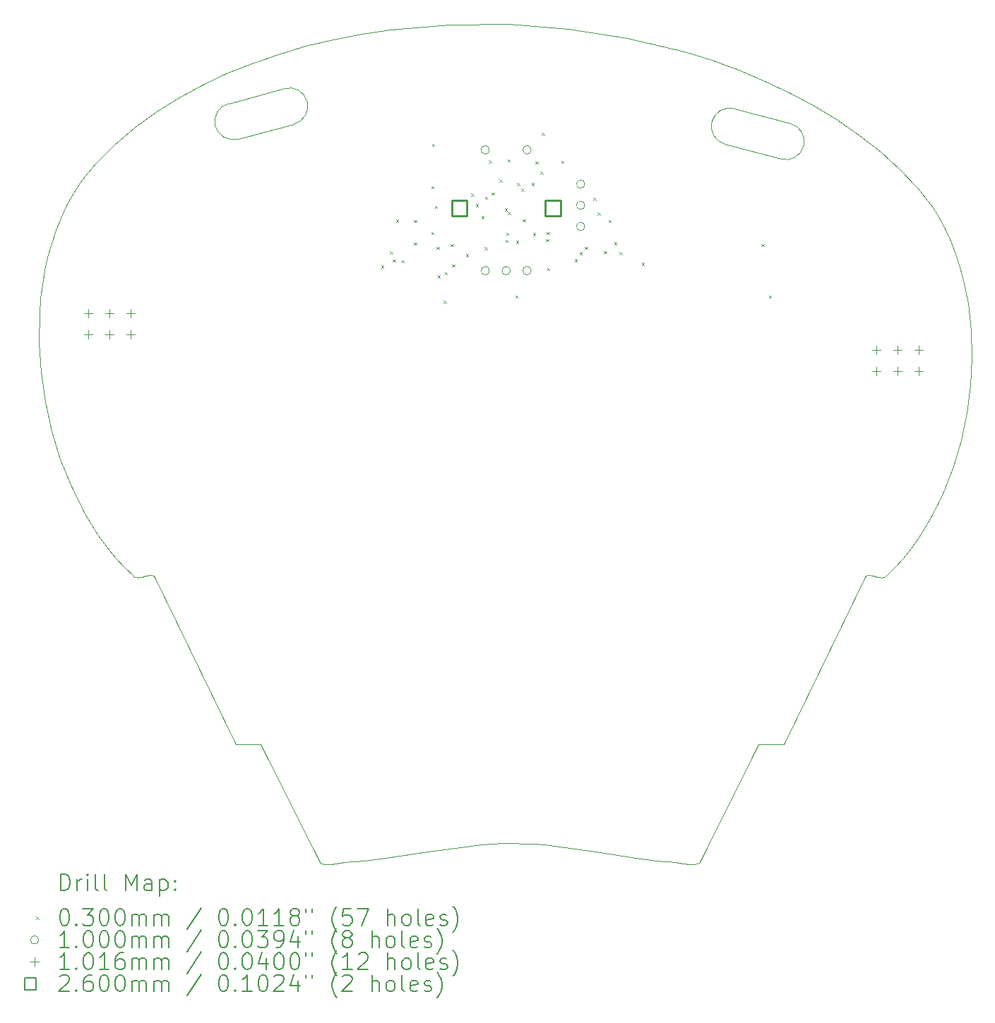
<source format=gbr>
%TF.GenerationSoftware,KiCad,Pcbnew,8.0.8*%
%TF.CreationDate,2025-02-05T00:10:32-06:00*%
%TF.ProjectId,B-Sides 2025,422d5369-6465-4732-9032-3032352e6b69,rev?*%
%TF.SameCoordinates,Original*%
%TF.FileFunction,Drillmap*%
%TF.FilePolarity,Positive*%
%FSLAX45Y45*%
G04 Gerber Fmt 4.5, Leading zero omitted, Abs format (unit mm)*
G04 Created by KiCad (PCBNEW 8.0.8) date 2025-02-05 00:10:32*
%MOMM*%
%LPD*%
G01*
G04 APERTURE LIST*
%ADD10C,0.020000*%
%ADD11C,0.050000*%
%ADD12C,0.200000*%
%ADD13C,0.100000*%
%ADD14C,0.101600*%
%ADD15C,0.260000*%
G04 APERTURE END LIST*
D10*
X16660856Y-5634689D02*
X17363854Y-5744584D01*
X18047436Y-5909917D01*
X18379031Y-6013177D01*
X18702274Y-6130063D01*
X19015997Y-6260494D01*
X19319035Y-6404394D01*
X19610221Y-6561683D01*
X19888389Y-6732283D01*
X20152372Y-6916117D01*
X20401004Y-7113104D01*
X20633119Y-7323168D01*
X20847550Y-7546230D01*
X20941054Y-7658767D01*
X21026964Y-7778312D01*
X21105358Y-7904377D01*
X21176317Y-8036475D01*
X21239920Y-8174116D01*
X21296248Y-8316815D01*
X21345380Y-8464082D01*
X21387397Y-8615431D01*
X21422377Y-8770373D01*
X21450402Y-8928420D01*
X21485903Y-9251881D01*
X21494539Y-9581910D01*
X21476949Y-9914607D01*
X21433773Y-10246068D01*
X21365649Y-10572391D01*
X21273217Y-10889675D01*
X21157116Y-11194017D01*
X21090389Y-11340115D01*
X21017985Y-11481515D01*
X20939983Y-11617728D01*
X20856464Y-11748267D01*
X20767506Y-11872643D01*
X20673191Y-11990370D01*
X20573597Y-12100958D01*
X20468805Y-12203922D01*
X20462982Y-12208697D01*
X20456850Y-12212619D01*
X20450427Y-12215743D01*
X20443732Y-12218122D01*
X20436784Y-12219811D01*
X20429602Y-12220864D01*
X20422205Y-12221337D01*
X20414611Y-12221284D01*
X20406839Y-12220759D01*
X20398909Y-12219817D01*
X20382647Y-12216899D01*
X20365976Y-12212968D01*
X20349046Y-12208458D01*
X20315012Y-12199449D01*
X20298209Y-12195823D01*
X20281750Y-12193364D01*
X20273696Y-12192708D01*
X20265784Y-12192508D01*
X20258034Y-12192817D01*
X20250464Y-12193691D01*
X20243093Y-12195184D01*
X20235939Y-12197351D01*
X20229022Y-12200245D01*
X20222360Y-12203922D01*
X19243247Y-14219613D01*
X18939596Y-14219613D01*
X18235298Y-15641490D01*
X18227787Y-15645833D01*
X18220118Y-15649656D01*
X18212299Y-15652982D01*
X18204339Y-15655837D01*
X18196244Y-15658243D01*
X18188023Y-15660225D01*
X18171234Y-15663012D01*
X18154033Y-15664390D01*
X18136482Y-15664551D01*
X18118644Y-15663687D01*
X18100582Y-15661991D01*
X18082357Y-15659654D01*
X18064032Y-15656869D01*
X18027331Y-15650720D01*
X17990977Y-15645082D01*
X17973087Y-15642934D01*
X17955470Y-15641490D01*
X17832995Y-15632574D01*
X17710751Y-15620598D01*
X17466814Y-15589461D01*
X16980173Y-15512405D01*
X16736912Y-15474465D01*
X16493319Y-15442237D01*
X16371312Y-15429511D01*
X16249117Y-15419709D01*
X16126701Y-15413330D01*
X16004027Y-15410872D01*
X15875481Y-15412735D01*
X15747179Y-15418672D01*
X15619089Y-15428170D01*
X15491178Y-15440713D01*
X15235759Y-15472879D01*
X14980655Y-15511052D01*
X14470335Y-15588955D01*
X14214586Y-15620452D01*
X14086449Y-15632536D01*
X13958091Y-15641490D01*
X13940472Y-15642892D01*
X13922580Y-15645009D01*
X13886224Y-15650614D01*
X13849523Y-15656758D01*
X13831198Y-15659550D01*
X13812974Y-15661897D01*
X13794912Y-15663606D01*
X13777075Y-15664485D01*
X13759526Y-15664339D01*
X13742325Y-15662976D01*
X13733876Y-15661778D01*
X13725537Y-15660203D01*
X13717316Y-15658227D01*
X13709222Y-15655826D01*
X13701262Y-15652976D01*
X13693443Y-15649653D01*
X13685775Y-15645832D01*
X13678264Y-15641490D01*
X12973965Y-14219613D01*
X12670315Y-14219613D01*
X11691201Y-12203922D01*
X11684542Y-12200245D01*
X11677628Y-12197349D01*
X11670479Y-12195180D01*
X11663113Y-12193683D01*
X11655549Y-12192804D01*
X11647806Y-12192489D01*
X11639902Y-12192682D01*
X11631857Y-12193331D01*
X11615415Y-12195774D01*
X11598630Y-12199384D01*
X11564629Y-12208363D01*
X11547712Y-12212861D01*
X11531050Y-12216786D01*
X11514792Y-12219702D01*
X11506862Y-12220646D01*
X11499089Y-12221174D01*
X11491492Y-12221233D01*
X11484089Y-12220767D01*
X11476900Y-12219723D01*
X11469943Y-12218046D01*
X11463237Y-12215682D01*
X11456799Y-12212576D01*
X11450650Y-12208674D01*
X11444808Y-12203922D01*
X11332512Y-12094569D01*
X11225408Y-11976895D01*
X11123613Y-11851436D01*
X11027240Y-11718731D01*
X10936407Y-11579317D01*
X10851229Y-11433732D01*
X10698299Y-11126198D01*
X10569374Y-10800432D01*
X10465378Y-10460735D01*
X10387235Y-10111407D01*
X10335871Y-9756752D01*
X10312208Y-9401069D01*
X10317172Y-9048660D01*
X10330678Y-8875028D01*
X10351687Y-8703827D01*
X10380314Y-8535596D01*
X10416676Y-8370872D01*
X10460887Y-8210192D01*
X10513064Y-8054095D01*
X10573322Y-7903117D01*
X10641776Y-7757798D01*
X10718542Y-7618673D01*
X10803736Y-7486282D01*
X10897472Y-7361161D01*
X10999867Y-7243849D01*
X11220127Y-7027540D01*
X11457695Y-6826579D01*
X11711403Y-6640889D01*
X11980087Y-6470390D01*
X12262580Y-6315005D01*
X12557715Y-6174656D01*
X12864325Y-6049263D01*
X13181245Y-5938749D01*
X13507308Y-5843036D01*
X13841347Y-5762044D01*
X14182197Y-5695695D01*
X14528691Y-5643912D01*
X15233944Y-5583727D01*
X15947776Y-5580862D01*
X16660856Y-5634689D01*
D11*
X18537030Y-7018752D02*
X19211295Y-7199411D01*
X18652705Y-6594589D02*
X19326970Y-6775248D01*
X18537030Y-7018752D02*
G75*
G02*
X18652705Y-6594589I56895J212338D01*
G01*
X19326970Y-6775248D02*
G75*
G02*
X19211295Y-7199411I-56895J-212338D01*
G01*
X13260178Y-6353075D02*
X12585918Y-6533752D01*
X13372082Y-6778248D02*
X12697822Y-6958925D01*
X12697822Y-6958925D02*
G75*
G02*
X12585918Y-6533752I-56896J212338D01*
G01*
X13260178Y-6353075D02*
G75*
G02*
X13372082Y-6778248I56896J-212338D01*
G01*
D12*
D13*
X14417000Y-8477000D02*
X14447000Y-8507000D01*
X14447000Y-8477000D02*
X14417000Y-8507000D01*
X14521000Y-8307000D02*
X14551000Y-8337000D01*
X14551000Y-8307000D02*
X14521000Y-8337000D01*
X14554000Y-8406000D02*
X14584000Y-8436000D01*
X14584000Y-8406000D02*
X14554000Y-8436000D01*
X14593000Y-7925000D02*
X14623000Y-7955000D01*
X14623000Y-7925000D02*
X14593000Y-7955000D01*
X14663000Y-8414000D02*
X14693000Y-8444000D01*
X14693000Y-8414000D02*
X14663000Y-8444000D01*
X14811000Y-7931102D02*
X14841000Y-7961102D01*
X14841000Y-7931102D02*
X14811000Y-7961102D01*
X14811000Y-8201372D02*
X14841000Y-8231372D01*
X14841000Y-8201372D02*
X14811000Y-8231372D01*
X15018000Y-8074577D02*
X15048000Y-8104577D01*
X15048000Y-8074577D02*
X15018000Y-8104577D01*
X15019000Y-7523000D02*
X15049000Y-7553000D01*
X15049000Y-7523000D02*
X15019000Y-7553000D01*
X15025000Y-7017000D02*
X15055000Y-7047000D01*
X15055000Y-7017000D02*
X15025000Y-7047000D01*
X15060238Y-7759838D02*
X15090238Y-7789838D01*
X15090238Y-7759838D02*
X15060238Y-7789838D01*
X15079196Y-8250204D02*
X15109196Y-8280204D01*
X15109196Y-8250204D02*
X15079196Y-8280204D01*
X15095000Y-8596000D02*
X15125000Y-8626000D01*
X15125000Y-8596000D02*
X15095000Y-8626000D01*
X15167521Y-8902000D02*
X15197521Y-8932000D01*
X15197521Y-8902000D02*
X15167521Y-8932000D01*
X15179000Y-8557000D02*
X15209000Y-8587000D01*
X15209000Y-8557000D02*
X15179000Y-8587000D01*
X15249196Y-8217201D02*
X15279196Y-8247201D01*
X15279196Y-8217201D02*
X15249196Y-8247201D01*
X15267433Y-8462509D02*
X15297433Y-8492509D01*
X15297433Y-8462509D02*
X15267433Y-8492509D01*
X15431000Y-8342000D02*
X15461000Y-8372000D01*
X15461000Y-8342000D02*
X15431000Y-8372000D01*
X15494000Y-7615000D02*
X15524000Y-7645000D01*
X15524000Y-7615000D02*
X15494000Y-7645000D01*
X15552035Y-7737965D02*
X15582035Y-7767965D01*
X15582035Y-7737965D02*
X15552035Y-7767965D01*
X15619000Y-7885000D02*
X15649000Y-7915000D01*
X15649000Y-7885000D02*
X15619000Y-7915000D01*
X15658000Y-8256000D02*
X15688000Y-8286000D01*
X15688000Y-8256000D02*
X15658000Y-8286000D01*
X15662209Y-7651891D02*
X15692209Y-7681891D01*
X15692209Y-7651891D02*
X15662209Y-7681891D01*
X15707156Y-7217114D02*
X15737156Y-7247114D01*
X15737156Y-7217114D02*
X15707156Y-7247114D01*
X15740000Y-7602000D02*
X15770000Y-7632000D01*
X15770000Y-7602000D02*
X15740000Y-7632000D01*
X15832065Y-7441442D02*
X15862065Y-7471442D01*
X15862065Y-7441442D02*
X15832065Y-7471442D01*
X15896538Y-7790462D02*
X15926538Y-7820462D01*
X15926538Y-7790462D02*
X15896538Y-7820462D01*
X15908000Y-8168911D02*
X15938000Y-8198911D01*
X15938000Y-8168911D02*
X15908000Y-8198911D01*
X15913000Y-8083000D02*
X15943000Y-8113000D01*
X15943000Y-8083000D02*
X15913000Y-8113000D01*
X15931399Y-7201323D02*
X15961399Y-7231323D01*
X15961399Y-7201323D02*
X15931399Y-7231323D01*
X15935038Y-7834962D02*
X15965038Y-7864962D01*
X15965038Y-7834962D02*
X15935038Y-7864962D01*
X16026000Y-8836000D02*
X16056000Y-8866000D01*
X16056000Y-8836000D02*
X16026000Y-8866000D01*
X16035000Y-8179000D02*
X16065000Y-8209000D01*
X16065000Y-8179000D02*
X16035000Y-8209000D01*
X16045035Y-7483889D02*
X16075035Y-7513889D01*
X16075035Y-7483889D02*
X16045035Y-7513889D01*
X16096363Y-7551642D02*
X16126363Y-7581642D01*
X16126363Y-7551642D02*
X16096363Y-7581642D01*
X16113040Y-7923367D02*
X16143040Y-7953367D01*
X16143040Y-7923367D02*
X16113040Y-7953367D01*
X16218667Y-7485903D02*
X16248667Y-7515903D01*
X16248667Y-7485903D02*
X16218667Y-7515903D01*
X16237000Y-8085000D02*
X16267000Y-8115000D01*
X16267000Y-8085000D02*
X16237000Y-8115000D01*
X16266396Y-7229406D02*
X16296396Y-7259406D01*
X16296396Y-7229406D02*
X16266396Y-7259406D01*
X16327000Y-7350000D02*
X16357000Y-7380000D01*
X16357000Y-7350000D02*
X16327000Y-7380000D01*
X16344000Y-6884000D02*
X16374000Y-6914000D01*
X16374000Y-6884000D02*
X16344000Y-6914000D01*
X16393462Y-8160538D02*
X16423462Y-8190538D01*
X16423462Y-8160538D02*
X16393462Y-8190538D01*
X16403000Y-8074577D02*
X16433000Y-8104577D01*
X16433000Y-8074577D02*
X16403000Y-8104577D01*
X16407000Y-8507000D02*
X16437000Y-8537000D01*
X16437000Y-8507000D02*
X16407000Y-8537000D01*
X16574392Y-7220000D02*
X16604392Y-7250000D01*
X16604392Y-7220000D02*
X16574392Y-7250000D01*
X16737000Y-8398000D02*
X16767000Y-8428000D01*
X16767000Y-8398000D02*
X16737000Y-8428000D01*
X16794000Y-8317000D02*
X16824000Y-8347000D01*
X16824000Y-8317000D02*
X16794000Y-8347000D01*
X16858528Y-8253875D02*
X16888528Y-8283875D01*
X16888528Y-8253875D02*
X16858528Y-8283875D01*
X16962462Y-7663538D02*
X16992462Y-7693538D01*
X16992462Y-7663538D02*
X16962462Y-7693538D01*
X17009267Y-7839721D02*
X17039267Y-7869721D01*
X17039267Y-7839721D02*
X17009267Y-7869721D01*
X17086000Y-8301000D02*
X17116000Y-8331000D01*
X17116000Y-8301000D02*
X17086000Y-8331000D01*
X17144097Y-7931102D02*
X17174097Y-7961102D01*
X17174097Y-7931102D02*
X17144097Y-7961102D01*
X17211203Y-8197127D02*
X17241203Y-8227127D01*
X17241203Y-8197127D02*
X17211203Y-8227127D01*
X17275317Y-8315437D02*
X17305317Y-8345437D01*
X17305317Y-8315437D02*
X17275317Y-8345437D01*
X17541000Y-8444000D02*
X17571000Y-8474000D01*
X17571000Y-8444000D02*
X17541000Y-8474000D01*
X18976000Y-8218000D02*
X19006000Y-8248000D01*
X19006000Y-8218000D02*
X18976000Y-8248000D01*
X19063000Y-8837000D02*
X19093000Y-8867000D01*
X19093000Y-8837000D02*
X19063000Y-8867000D01*
X15714000Y-7089000D02*
G75*
G02*
X15614000Y-7089000I-50000J0D01*
G01*
X15614000Y-7089000D02*
G75*
G02*
X15714000Y-7089000I50000J0D01*
G01*
X15714000Y-8539000D02*
G75*
G02*
X15614000Y-8539000I-50000J0D01*
G01*
X15614000Y-8539000D02*
G75*
G02*
X15714000Y-8539000I50000J0D01*
G01*
X15964000Y-8539000D02*
G75*
G02*
X15864000Y-8539000I-50000J0D01*
G01*
X15864000Y-8539000D02*
G75*
G02*
X15964000Y-8539000I50000J0D01*
G01*
X16214000Y-7089000D02*
G75*
G02*
X16114000Y-7089000I-50000J0D01*
G01*
X16114000Y-7089000D02*
G75*
G02*
X16214000Y-7089000I50000J0D01*
G01*
X16214000Y-8539000D02*
G75*
G02*
X16114000Y-8539000I-50000J0D01*
G01*
X16114000Y-8539000D02*
G75*
G02*
X16214000Y-8539000I50000J0D01*
G01*
X16858000Y-7500000D02*
G75*
G02*
X16758000Y-7500000I-50000J0D01*
G01*
X16758000Y-7500000D02*
G75*
G02*
X16858000Y-7500000I50000J0D01*
G01*
X16858000Y-7754000D02*
G75*
G02*
X16758000Y-7754000I-50000J0D01*
G01*
X16758000Y-7754000D02*
G75*
G02*
X16858000Y-7754000I50000J0D01*
G01*
X16858000Y-8008000D02*
G75*
G02*
X16758000Y-8008000I-50000J0D01*
G01*
X16758000Y-8008000D02*
G75*
G02*
X16858000Y-8008000I50000J0D01*
G01*
D14*
X10901000Y-8998200D02*
X10901000Y-9099800D01*
X10850200Y-9049000D02*
X10951800Y-9049000D01*
X10901000Y-9252200D02*
X10901000Y-9353800D01*
X10850200Y-9303000D02*
X10951800Y-9303000D01*
X11155000Y-8998200D02*
X11155000Y-9099800D01*
X11104200Y-9049000D02*
X11205800Y-9049000D01*
X11155000Y-9252200D02*
X11155000Y-9353800D01*
X11104200Y-9303000D02*
X11205800Y-9303000D01*
X11409000Y-8998200D02*
X11409000Y-9099800D01*
X11358200Y-9049000D02*
X11459800Y-9049000D01*
X11409000Y-9252200D02*
X11409000Y-9353800D01*
X11358200Y-9303000D02*
X11459800Y-9303000D01*
X20353000Y-9438200D02*
X20353000Y-9539800D01*
X20302200Y-9489000D02*
X20403800Y-9489000D01*
X20353000Y-9692200D02*
X20353000Y-9793800D01*
X20302200Y-9743000D02*
X20403800Y-9743000D01*
X20607000Y-9438200D02*
X20607000Y-9539800D01*
X20556200Y-9489000D02*
X20657800Y-9489000D01*
X20607000Y-9692200D02*
X20607000Y-9793800D01*
X20556200Y-9743000D02*
X20657800Y-9743000D01*
X20861000Y-9438200D02*
X20861000Y-9539800D01*
X20810200Y-9489000D02*
X20911800Y-9489000D01*
X20861000Y-9692200D02*
X20861000Y-9793800D01*
X20810200Y-9743000D02*
X20911800Y-9743000D01*
D15*
X15445925Y-7880925D02*
X15445925Y-7697075D01*
X15262075Y-7697075D01*
X15262075Y-7880925D01*
X15445925Y-7880925D01*
X16565925Y-7880925D02*
X16565925Y-7697075D01*
X16382075Y-7697075D01*
X16382075Y-7880925D01*
X16565925Y-7880925D01*
D12*
X10571985Y-15977035D02*
X10571985Y-15777035D01*
X10571985Y-15777035D02*
X10619604Y-15777035D01*
X10619604Y-15777035D02*
X10648175Y-15786558D01*
X10648175Y-15786558D02*
X10667223Y-15805606D01*
X10667223Y-15805606D02*
X10676747Y-15824654D01*
X10676747Y-15824654D02*
X10686271Y-15862749D01*
X10686271Y-15862749D02*
X10686271Y-15891320D01*
X10686271Y-15891320D02*
X10676747Y-15929416D01*
X10676747Y-15929416D02*
X10667223Y-15948463D01*
X10667223Y-15948463D02*
X10648175Y-15967511D01*
X10648175Y-15967511D02*
X10619604Y-15977035D01*
X10619604Y-15977035D02*
X10571985Y-15977035D01*
X10771985Y-15977035D02*
X10771985Y-15843701D01*
X10771985Y-15881797D02*
X10781509Y-15862749D01*
X10781509Y-15862749D02*
X10791033Y-15853225D01*
X10791033Y-15853225D02*
X10810080Y-15843701D01*
X10810080Y-15843701D02*
X10829128Y-15843701D01*
X10895794Y-15977035D02*
X10895794Y-15843701D01*
X10895794Y-15777035D02*
X10886271Y-15786558D01*
X10886271Y-15786558D02*
X10895794Y-15796082D01*
X10895794Y-15796082D02*
X10905318Y-15786558D01*
X10905318Y-15786558D02*
X10895794Y-15777035D01*
X10895794Y-15777035D02*
X10895794Y-15796082D01*
X11019604Y-15977035D02*
X11000556Y-15967511D01*
X11000556Y-15967511D02*
X10991033Y-15948463D01*
X10991033Y-15948463D02*
X10991033Y-15777035D01*
X11124366Y-15977035D02*
X11105318Y-15967511D01*
X11105318Y-15967511D02*
X11095794Y-15948463D01*
X11095794Y-15948463D02*
X11095794Y-15777035D01*
X11352937Y-15977035D02*
X11352937Y-15777035D01*
X11352937Y-15777035D02*
X11419604Y-15919892D01*
X11419604Y-15919892D02*
X11486271Y-15777035D01*
X11486271Y-15777035D02*
X11486271Y-15977035D01*
X11667223Y-15977035D02*
X11667223Y-15872273D01*
X11667223Y-15872273D02*
X11657699Y-15853225D01*
X11657699Y-15853225D02*
X11638652Y-15843701D01*
X11638652Y-15843701D02*
X11600556Y-15843701D01*
X11600556Y-15843701D02*
X11581509Y-15853225D01*
X11667223Y-15967511D02*
X11648175Y-15977035D01*
X11648175Y-15977035D02*
X11600556Y-15977035D01*
X11600556Y-15977035D02*
X11581509Y-15967511D01*
X11581509Y-15967511D02*
X11571985Y-15948463D01*
X11571985Y-15948463D02*
X11571985Y-15929416D01*
X11571985Y-15929416D02*
X11581509Y-15910368D01*
X11581509Y-15910368D02*
X11600556Y-15900844D01*
X11600556Y-15900844D02*
X11648175Y-15900844D01*
X11648175Y-15900844D02*
X11667223Y-15891320D01*
X11762461Y-15843701D02*
X11762461Y-16043701D01*
X11762461Y-15853225D02*
X11781509Y-15843701D01*
X11781509Y-15843701D02*
X11819604Y-15843701D01*
X11819604Y-15843701D02*
X11838652Y-15853225D01*
X11838652Y-15853225D02*
X11848175Y-15862749D01*
X11848175Y-15862749D02*
X11857699Y-15881797D01*
X11857699Y-15881797D02*
X11857699Y-15938939D01*
X11857699Y-15938939D02*
X11848175Y-15957987D01*
X11848175Y-15957987D02*
X11838652Y-15967511D01*
X11838652Y-15967511D02*
X11819604Y-15977035D01*
X11819604Y-15977035D02*
X11781509Y-15977035D01*
X11781509Y-15977035D02*
X11762461Y-15967511D01*
X11943413Y-15957987D02*
X11952937Y-15967511D01*
X11952937Y-15967511D02*
X11943413Y-15977035D01*
X11943413Y-15977035D02*
X11933890Y-15967511D01*
X11933890Y-15967511D02*
X11943413Y-15957987D01*
X11943413Y-15957987D02*
X11943413Y-15977035D01*
X11943413Y-15853225D02*
X11952937Y-15862749D01*
X11952937Y-15862749D02*
X11943413Y-15872273D01*
X11943413Y-15872273D02*
X11933890Y-15862749D01*
X11933890Y-15862749D02*
X11943413Y-15853225D01*
X11943413Y-15853225D02*
X11943413Y-15872273D01*
D13*
X10281208Y-16290551D02*
X10311208Y-16320551D01*
X10311208Y-16290551D02*
X10281208Y-16320551D01*
D12*
X10610080Y-16197035D02*
X10629128Y-16197035D01*
X10629128Y-16197035D02*
X10648175Y-16206558D01*
X10648175Y-16206558D02*
X10657699Y-16216082D01*
X10657699Y-16216082D02*
X10667223Y-16235130D01*
X10667223Y-16235130D02*
X10676747Y-16273225D01*
X10676747Y-16273225D02*
X10676747Y-16320844D01*
X10676747Y-16320844D02*
X10667223Y-16358939D01*
X10667223Y-16358939D02*
X10657699Y-16377987D01*
X10657699Y-16377987D02*
X10648175Y-16387511D01*
X10648175Y-16387511D02*
X10629128Y-16397035D01*
X10629128Y-16397035D02*
X10610080Y-16397035D01*
X10610080Y-16397035D02*
X10591033Y-16387511D01*
X10591033Y-16387511D02*
X10581509Y-16377987D01*
X10581509Y-16377987D02*
X10571985Y-16358939D01*
X10571985Y-16358939D02*
X10562461Y-16320844D01*
X10562461Y-16320844D02*
X10562461Y-16273225D01*
X10562461Y-16273225D02*
X10571985Y-16235130D01*
X10571985Y-16235130D02*
X10581509Y-16216082D01*
X10581509Y-16216082D02*
X10591033Y-16206558D01*
X10591033Y-16206558D02*
X10610080Y-16197035D01*
X10762461Y-16377987D02*
X10771985Y-16387511D01*
X10771985Y-16387511D02*
X10762461Y-16397035D01*
X10762461Y-16397035D02*
X10752937Y-16387511D01*
X10752937Y-16387511D02*
X10762461Y-16377987D01*
X10762461Y-16377987D02*
X10762461Y-16397035D01*
X10838652Y-16197035D02*
X10962461Y-16197035D01*
X10962461Y-16197035D02*
X10895794Y-16273225D01*
X10895794Y-16273225D02*
X10924366Y-16273225D01*
X10924366Y-16273225D02*
X10943414Y-16282749D01*
X10943414Y-16282749D02*
X10952937Y-16292273D01*
X10952937Y-16292273D02*
X10962461Y-16311320D01*
X10962461Y-16311320D02*
X10962461Y-16358939D01*
X10962461Y-16358939D02*
X10952937Y-16377987D01*
X10952937Y-16377987D02*
X10943414Y-16387511D01*
X10943414Y-16387511D02*
X10924366Y-16397035D01*
X10924366Y-16397035D02*
X10867223Y-16397035D01*
X10867223Y-16397035D02*
X10848175Y-16387511D01*
X10848175Y-16387511D02*
X10838652Y-16377987D01*
X11086271Y-16197035D02*
X11105318Y-16197035D01*
X11105318Y-16197035D02*
X11124366Y-16206558D01*
X11124366Y-16206558D02*
X11133890Y-16216082D01*
X11133890Y-16216082D02*
X11143414Y-16235130D01*
X11143414Y-16235130D02*
X11152937Y-16273225D01*
X11152937Y-16273225D02*
X11152937Y-16320844D01*
X11152937Y-16320844D02*
X11143414Y-16358939D01*
X11143414Y-16358939D02*
X11133890Y-16377987D01*
X11133890Y-16377987D02*
X11124366Y-16387511D01*
X11124366Y-16387511D02*
X11105318Y-16397035D01*
X11105318Y-16397035D02*
X11086271Y-16397035D01*
X11086271Y-16397035D02*
X11067223Y-16387511D01*
X11067223Y-16387511D02*
X11057699Y-16377987D01*
X11057699Y-16377987D02*
X11048175Y-16358939D01*
X11048175Y-16358939D02*
X11038652Y-16320844D01*
X11038652Y-16320844D02*
X11038652Y-16273225D01*
X11038652Y-16273225D02*
X11048175Y-16235130D01*
X11048175Y-16235130D02*
X11057699Y-16216082D01*
X11057699Y-16216082D02*
X11067223Y-16206558D01*
X11067223Y-16206558D02*
X11086271Y-16197035D01*
X11276747Y-16197035D02*
X11295794Y-16197035D01*
X11295794Y-16197035D02*
X11314842Y-16206558D01*
X11314842Y-16206558D02*
X11324366Y-16216082D01*
X11324366Y-16216082D02*
X11333890Y-16235130D01*
X11333890Y-16235130D02*
X11343413Y-16273225D01*
X11343413Y-16273225D02*
X11343413Y-16320844D01*
X11343413Y-16320844D02*
X11333890Y-16358939D01*
X11333890Y-16358939D02*
X11324366Y-16377987D01*
X11324366Y-16377987D02*
X11314842Y-16387511D01*
X11314842Y-16387511D02*
X11295794Y-16397035D01*
X11295794Y-16397035D02*
X11276747Y-16397035D01*
X11276747Y-16397035D02*
X11257699Y-16387511D01*
X11257699Y-16387511D02*
X11248175Y-16377987D01*
X11248175Y-16377987D02*
X11238652Y-16358939D01*
X11238652Y-16358939D02*
X11229128Y-16320844D01*
X11229128Y-16320844D02*
X11229128Y-16273225D01*
X11229128Y-16273225D02*
X11238652Y-16235130D01*
X11238652Y-16235130D02*
X11248175Y-16216082D01*
X11248175Y-16216082D02*
X11257699Y-16206558D01*
X11257699Y-16206558D02*
X11276747Y-16197035D01*
X11429128Y-16397035D02*
X11429128Y-16263701D01*
X11429128Y-16282749D02*
X11438652Y-16273225D01*
X11438652Y-16273225D02*
X11457699Y-16263701D01*
X11457699Y-16263701D02*
X11486271Y-16263701D01*
X11486271Y-16263701D02*
X11505318Y-16273225D01*
X11505318Y-16273225D02*
X11514842Y-16292273D01*
X11514842Y-16292273D02*
X11514842Y-16397035D01*
X11514842Y-16292273D02*
X11524366Y-16273225D01*
X11524366Y-16273225D02*
X11543413Y-16263701D01*
X11543413Y-16263701D02*
X11571985Y-16263701D01*
X11571985Y-16263701D02*
X11591033Y-16273225D01*
X11591033Y-16273225D02*
X11600556Y-16292273D01*
X11600556Y-16292273D02*
X11600556Y-16397035D01*
X11695794Y-16397035D02*
X11695794Y-16263701D01*
X11695794Y-16282749D02*
X11705318Y-16273225D01*
X11705318Y-16273225D02*
X11724366Y-16263701D01*
X11724366Y-16263701D02*
X11752937Y-16263701D01*
X11752937Y-16263701D02*
X11771985Y-16273225D01*
X11771985Y-16273225D02*
X11781509Y-16292273D01*
X11781509Y-16292273D02*
X11781509Y-16397035D01*
X11781509Y-16292273D02*
X11791033Y-16273225D01*
X11791033Y-16273225D02*
X11810080Y-16263701D01*
X11810080Y-16263701D02*
X11838652Y-16263701D01*
X11838652Y-16263701D02*
X11857699Y-16273225D01*
X11857699Y-16273225D02*
X11867223Y-16292273D01*
X11867223Y-16292273D02*
X11867223Y-16397035D01*
X12257699Y-16187511D02*
X12086271Y-16444654D01*
X12514842Y-16197035D02*
X12533890Y-16197035D01*
X12533890Y-16197035D02*
X12552937Y-16206558D01*
X12552937Y-16206558D02*
X12562461Y-16216082D01*
X12562461Y-16216082D02*
X12571985Y-16235130D01*
X12571985Y-16235130D02*
X12581509Y-16273225D01*
X12581509Y-16273225D02*
X12581509Y-16320844D01*
X12581509Y-16320844D02*
X12571985Y-16358939D01*
X12571985Y-16358939D02*
X12562461Y-16377987D01*
X12562461Y-16377987D02*
X12552937Y-16387511D01*
X12552937Y-16387511D02*
X12533890Y-16397035D01*
X12533890Y-16397035D02*
X12514842Y-16397035D01*
X12514842Y-16397035D02*
X12495795Y-16387511D01*
X12495795Y-16387511D02*
X12486271Y-16377987D01*
X12486271Y-16377987D02*
X12476747Y-16358939D01*
X12476747Y-16358939D02*
X12467223Y-16320844D01*
X12467223Y-16320844D02*
X12467223Y-16273225D01*
X12467223Y-16273225D02*
X12476747Y-16235130D01*
X12476747Y-16235130D02*
X12486271Y-16216082D01*
X12486271Y-16216082D02*
X12495795Y-16206558D01*
X12495795Y-16206558D02*
X12514842Y-16197035D01*
X12667223Y-16377987D02*
X12676747Y-16387511D01*
X12676747Y-16387511D02*
X12667223Y-16397035D01*
X12667223Y-16397035D02*
X12657699Y-16387511D01*
X12657699Y-16387511D02*
X12667223Y-16377987D01*
X12667223Y-16377987D02*
X12667223Y-16397035D01*
X12800556Y-16197035D02*
X12819604Y-16197035D01*
X12819604Y-16197035D02*
X12838652Y-16206558D01*
X12838652Y-16206558D02*
X12848176Y-16216082D01*
X12848176Y-16216082D02*
X12857699Y-16235130D01*
X12857699Y-16235130D02*
X12867223Y-16273225D01*
X12867223Y-16273225D02*
X12867223Y-16320844D01*
X12867223Y-16320844D02*
X12857699Y-16358939D01*
X12857699Y-16358939D02*
X12848176Y-16377987D01*
X12848176Y-16377987D02*
X12838652Y-16387511D01*
X12838652Y-16387511D02*
X12819604Y-16397035D01*
X12819604Y-16397035D02*
X12800556Y-16397035D01*
X12800556Y-16397035D02*
X12781509Y-16387511D01*
X12781509Y-16387511D02*
X12771985Y-16377987D01*
X12771985Y-16377987D02*
X12762461Y-16358939D01*
X12762461Y-16358939D02*
X12752937Y-16320844D01*
X12752937Y-16320844D02*
X12752937Y-16273225D01*
X12752937Y-16273225D02*
X12762461Y-16235130D01*
X12762461Y-16235130D02*
X12771985Y-16216082D01*
X12771985Y-16216082D02*
X12781509Y-16206558D01*
X12781509Y-16206558D02*
X12800556Y-16197035D01*
X13057699Y-16397035D02*
X12943414Y-16397035D01*
X13000556Y-16397035D02*
X13000556Y-16197035D01*
X13000556Y-16197035D02*
X12981509Y-16225606D01*
X12981509Y-16225606D02*
X12962461Y-16244654D01*
X12962461Y-16244654D02*
X12943414Y-16254177D01*
X13248176Y-16397035D02*
X13133890Y-16397035D01*
X13191033Y-16397035D02*
X13191033Y-16197035D01*
X13191033Y-16197035D02*
X13171985Y-16225606D01*
X13171985Y-16225606D02*
X13152937Y-16244654D01*
X13152937Y-16244654D02*
X13133890Y-16254177D01*
X13362461Y-16282749D02*
X13343414Y-16273225D01*
X13343414Y-16273225D02*
X13333890Y-16263701D01*
X13333890Y-16263701D02*
X13324366Y-16244654D01*
X13324366Y-16244654D02*
X13324366Y-16235130D01*
X13324366Y-16235130D02*
X13333890Y-16216082D01*
X13333890Y-16216082D02*
X13343414Y-16206558D01*
X13343414Y-16206558D02*
X13362461Y-16197035D01*
X13362461Y-16197035D02*
X13400557Y-16197035D01*
X13400557Y-16197035D02*
X13419604Y-16206558D01*
X13419604Y-16206558D02*
X13429128Y-16216082D01*
X13429128Y-16216082D02*
X13438652Y-16235130D01*
X13438652Y-16235130D02*
X13438652Y-16244654D01*
X13438652Y-16244654D02*
X13429128Y-16263701D01*
X13429128Y-16263701D02*
X13419604Y-16273225D01*
X13419604Y-16273225D02*
X13400557Y-16282749D01*
X13400557Y-16282749D02*
X13362461Y-16282749D01*
X13362461Y-16282749D02*
X13343414Y-16292273D01*
X13343414Y-16292273D02*
X13333890Y-16301797D01*
X13333890Y-16301797D02*
X13324366Y-16320844D01*
X13324366Y-16320844D02*
X13324366Y-16358939D01*
X13324366Y-16358939D02*
X13333890Y-16377987D01*
X13333890Y-16377987D02*
X13343414Y-16387511D01*
X13343414Y-16387511D02*
X13362461Y-16397035D01*
X13362461Y-16397035D02*
X13400557Y-16397035D01*
X13400557Y-16397035D02*
X13419604Y-16387511D01*
X13419604Y-16387511D02*
X13429128Y-16377987D01*
X13429128Y-16377987D02*
X13438652Y-16358939D01*
X13438652Y-16358939D02*
X13438652Y-16320844D01*
X13438652Y-16320844D02*
X13429128Y-16301797D01*
X13429128Y-16301797D02*
X13419604Y-16292273D01*
X13419604Y-16292273D02*
X13400557Y-16282749D01*
X13514842Y-16197035D02*
X13514842Y-16235130D01*
X13591033Y-16197035D02*
X13591033Y-16235130D01*
X13886271Y-16473225D02*
X13876747Y-16463701D01*
X13876747Y-16463701D02*
X13857699Y-16435130D01*
X13857699Y-16435130D02*
X13848176Y-16416082D01*
X13848176Y-16416082D02*
X13838652Y-16387511D01*
X13838652Y-16387511D02*
X13829128Y-16339892D01*
X13829128Y-16339892D02*
X13829128Y-16301797D01*
X13829128Y-16301797D02*
X13838652Y-16254177D01*
X13838652Y-16254177D02*
X13848176Y-16225606D01*
X13848176Y-16225606D02*
X13857699Y-16206558D01*
X13857699Y-16206558D02*
X13876747Y-16177987D01*
X13876747Y-16177987D02*
X13886271Y-16168463D01*
X14057699Y-16197035D02*
X13962461Y-16197035D01*
X13962461Y-16197035D02*
X13952938Y-16292273D01*
X13952938Y-16292273D02*
X13962461Y-16282749D01*
X13962461Y-16282749D02*
X13981509Y-16273225D01*
X13981509Y-16273225D02*
X14029128Y-16273225D01*
X14029128Y-16273225D02*
X14048176Y-16282749D01*
X14048176Y-16282749D02*
X14057699Y-16292273D01*
X14057699Y-16292273D02*
X14067223Y-16311320D01*
X14067223Y-16311320D02*
X14067223Y-16358939D01*
X14067223Y-16358939D02*
X14057699Y-16377987D01*
X14057699Y-16377987D02*
X14048176Y-16387511D01*
X14048176Y-16387511D02*
X14029128Y-16397035D01*
X14029128Y-16397035D02*
X13981509Y-16397035D01*
X13981509Y-16397035D02*
X13962461Y-16387511D01*
X13962461Y-16387511D02*
X13952938Y-16377987D01*
X14133890Y-16197035D02*
X14267223Y-16197035D01*
X14267223Y-16197035D02*
X14181509Y-16397035D01*
X14495795Y-16397035D02*
X14495795Y-16197035D01*
X14581509Y-16397035D02*
X14581509Y-16292273D01*
X14581509Y-16292273D02*
X14571985Y-16273225D01*
X14571985Y-16273225D02*
X14552938Y-16263701D01*
X14552938Y-16263701D02*
X14524366Y-16263701D01*
X14524366Y-16263701D02*
X14505319Y-16273225D01*
X14505319Y-16273225D02*
X14495795Y-16282749D01*
X14705319Y-16397035D02*
X14686271Y-16387511D01*
X14686271Y-16387511D02*
X14676747Y-16377987D01*
X14676747Y-16377987D02*
X14667223Y-16358939D01*
X14667223Y-16358939D02*
X14667223Y-16301797D01*
X14667223Y-16301797D02*
X14676747Y-16282749D01*
X14676747Y-16282749D02*
X14686271Y-16273225D01*
X14686271Y-16273225D02*
X14705319Y-16263701D01*
X14705319Y-16263701D02*
X14733890Y-16263701D01*
X14733890Y-16263701D02*
X14752938Y-16273225D01*
X14752938Y-16273225D02*
X14762461Y-16282749D01*
X14762461Y-16282749D02*
X14771985Y-16301797D01*
X14771985Y-16301797D02*
X14771985Y-16358939D01*
X14771985Y-16358939D02*
X14762461Y-16377987D01*
X14762461Y-16377987D02*
X14752938Y-16387511D01*
X14752938Y-16387511D02*
X14733890Y-16397035D01*
X14733890Y-16397035D02*
X14705319Y-16397035D01*
X14886271Y-16397035D02*
X14867223Y-16387511D01*
X14867223Y-16387511D02*
X14857700Y-16368463D01*
X14857700Y-16368463D02*
X14857700Y-16197035D01*
X15038652Y-16387511D02*
X15019604Y-16397035D01*
X15019604Y-16397035D02*
X14981509Y-16397035D01*
X14981509Y-16397035D02*
X14962461Y-16387511D01*
X14962461Y-16387511D02*
X14952938Y-16368463D01*
X14952938Y-16368463D02*
X14952938Y-16292273D01*
X14952938Y-16292273D02*
X14962461Y-16273225D01*
X14962461Y-16273225D02*
X14981509Y-16263701D01*
X14981509Y-16263701D02*
X15019604Y-16263701D01*
X15019604Y-16263701D02*
X15038652Y-16273225D01*
X15038652Y-16273225D02*
X15048176Y-16292273D01*
X15048176Y-16292273D02*
X15048176Y-16311320D01*
X15048176Y-16311320D02*
X14952938Y-16330368D01*
X15124366Y-16387511D02*
X15143414Y-16397035D01*
X15143414Y-16397035D02*
X15181509Y-16397035D01*
X15181509Y-16397035D02*
X15200557Y-16387511D01*
X15200557Y-16387511D02*
X15210081Y-16368463D01*
X15210081Y-16368463D02*
X15210081Y-16358939D01*
X15210081Y-16358939D02*
X15200557Y-16339892D01*
X15200557Y-16339892D02*
X15181509Y-16330368D01*
X15181509Y-16330368D02*
X15152938Y-16330368D01*
X15152938Y-16330368D02*
X15133890Y-16320844D01*
X15133890Y-16320844D02*
X15124366Y-16301797D01*
X15124366Y-16301797D02*
X15124366Y-16292273D01*
X15124366Y-16292273D02*
X15133890Y-16273225D01*
X15133890Y-16273225D02*
X15152938Y-16263701D01*
X15152938Y-16263701D02*
X15181509Y-16263701D01*
X15181509Y-16263701D02*
X15200557Y-16273225D01*
X15276747Y-16473225D02*
X15286271Y-16463701D01*
X15286271Y-16463701D02*
X15305319Y-16435130D01*
X15305319Y-16435130D02*
X15314842Y-16416082D01*
X15314842Y-16416082D02*
X15324366Y-16387511D01*
X15324366Y-16387511D02*
X15333890Y-16339892D01*
X15333890Y-16339892D02*
X15333890Y-16301797D01*
X15333890Y-16301797D02*
X15324366Y-16254177D01*
X15324366Y-16254177D02*
X15314842Y-16225606D01*
X15314842Y-16225606D02*
X15305319Y-16206558D01*
X15305319Y-16206558D02*
X15286271Y-16177987D01*
X15286271Y-16177987D02*
X15276747Y-16168463D01*
D13*
X10311208Y-16569551D02*
G75*
G02*
X10211208Y-16569551I-50000J0D01*
G01*
X10211208Y-16569551D02*
G75*
G02*
X10311208Y-16569551I50000J0D01*
G01*
D12*
X10676747Y-16661035D02*
X10562461Y-16661035D01*
X10619604Y-16661035D02*
X10619604Y-16461035D01*
X10619604Y-16461035D02*
X10600556Y-16489606D01*
X10600556Y-16489606D02*
X10581509Y-16508654D01*
X10581509Y-16508654D02*
X10562461Y-16518177D01*
X10762461Y-16641987D02*
X10771985Y-16651511D01*
X10771985Y-16651511D02*
X10762461Y-16661035D01*
X10762461Y-16661035D02*
X10752937Y-16651511D01*
X10752937Y-16651511D02*
X10762461Y-16641987D01*
X10762461Y-16641987D02*
X10762461Y-16661035D01*
X10895794Y-16461035D02*
X10914842Y-16461035D01*
X10914842Y-16461035D02*
X10933890Y-16470558D01*
X10933890Y-16470558D02*
X10943414Y-16480082D01*
X10943414Y-16480082D02*
X10952937Y-16499130D01*
X10952937Y-16499130D02*
X10962461Y-16537225D01*
X10962461Y-16537225D02*
X10962461Y-16584844D01*
X10962461Y-16584844D02*
X10952937Y-16622939D01*
X10952937Y-16622939D02*
X10943414Y-16641987D01*
X10943414Y-16641987D02*
X10933890Y-16651511D01*
X10933890Y-16651511D02*
X10914842Y-16661035D01*
X10914842Y-16661035D02*
X10895794Y-16661035D01*
X10895794Y-16661035D02*
X10876747Y-16651511D01*
X10876747Y-16651511D02*
X10867223Y-16641987D01*
X10867223Y-16641987D02*
X10857699Y-16622939D01*
X10857699Y-16622939D02*
X10848175Y-16584844D01*
X10848175Y-16584844D02*
X10848175Y-16537225D01*
X10848175Y-16537225D02*
X10857699Y-16499130D01*
X10857699Y-16499130D02*
X10867223Y-16480082D01*
X10867223Y-16480082D02*
X10876747Y-16470558D01*
X10876747Y-16470558D02*
X10895794Y-16461035D01*
X11086271Y-16461035D02*
X11105318Y-16461035D01*
X11105318Y-16461035D02*
X11124366Y-16470558D01*
X11124366Y-16470558D02*
X11133890Y-16480082D01*
X11133890Y-16480082D02*
X11143414Y-16499130D01*
X11143414Y-16499130D02*
X11152937Y-16537225D01*
X11152937Y-16537225D02*
X11152937Y-16584844D01*
X11152937Y-16584844D02*
X11143414Y-16622939D01*
X11143414Y-16622939D02*
X11133890Y-16641987D01*
X11133890Y-16641987D02*
X11124366Y-16651511D01*
X11124366Y-16651511D02*
X11105318Y-16661035D01*
X11105318Y-16661035D02*
X11086271Y-16661035D01*
X11086271Y-16661035D02*
X11067223Y-16651511D01*
X11067223Y-16651511D02*
X11057699Y-16641987D01*
X11057699Y-16641987D02*
X11048175Y-16622939D01*
X11048175Y-16622939D02*
X11038652Y-16584844D01*
X11038652Y-16584844D02*
X11038652Y-16537225D01*
X11038652Y-16537225D02*
X11048175Y-16499130D01*
X11048175Y-16499130D02*
X11057699Y-16480082D01*
X11057699Y-16480082D02*
X11067223Y-16470558D01*
X11067223Y-16470558D02*
X11086271Y-16461035D01*
X11276747Y-16461035D02*
X11295794Y-16461035D01*
X11295794Y-16461035D02*
X11314842Y-16470558D01*
X11314842Y-16470558D02*
X11324366Y-16480082D01*
X11324366Y-16480082D02*
X11333890Y-16499130D01*
X11333890Y-16499130D02*
X11343413Y-16537225D01*
X11343413Y-16537225D02*
X11343413Y-16584844D01*
X11343413Y-16584844D02*
X11333890Y-16622939D01*
X11333890Y-16622939D02*
X11324366Y-16641987D01*
X11324366Y-16641987D02*
X11314842Y-16651511D01*
X11314842Y-16651511D02*
X11295794Y-16661035D01*
X11295794Y-16661035D02*
X11276747Y-16661035D01*
X11276747Y-16661035D02*
X11257699Y-16651511D01*
X11257699Y-16651511D02*
X11248175Y-16641987D01*
X11248175Y-16641987D02*
X11238652Y-16622939D01*
X11238652Y-16622939D02*
X11229128Y-16584844D01*
X11229128Y-16584844D02*
X11229128Y-16537225D01*
X11229128Y-16537225D02*
X11238652Y-16499130D01*
X11238652Y-16499130D02*
X11248175Y-16480082D01*
X11248175Y-16480082D02*
X11257699Y-16470558D01*
X11257699Y-16470558D02*
X11276747Y-16461035D01*
X11429128Y-16661035D02*
X11429128Y-16527701D01*
X11429128Y-16546749D02*
X11438652Y-16537225D01*
X11438652Y-16537225D02*
X11457699Y-16527701D01*
X11457699Y-16527701D02*
X11486271Y-16527701D01*
X11486271Y-16527701D02*
X11505318Y-16537225D01*
X11505318Y-16537225D02*
X11514842Y-16556273D01*
X11514842Y-16556273D02*
X11514842Y-16661035D01*
X11514842Y-16556273D02*
X11524366Y-16537225D01*
X11524366Y-16537225D02*
X11543413Y-16527701D01*
X11543413Y-16527701D02*
X11571985Y-16527701D01*
X11571985Y-16527701D02*
X11591033Y-16537225D01*
X11591033Y-16537225D02*
X11600556Y-16556273D01*
X11600556Y-16556273D02*
X11600556Y-16661035D01*
X11695794Y-16661035D02*
X11695794Y-16527701D01*
X11695794Y-16546749D02*
X11705318Y-16537225D01*
X11705318Y-16537225D02*
X11724366Y-16527701D01*
X11724366Y-16527701D02*
X11752937Y-16527701D01*
X11752937Y-16527701D02*
X11771985Y-16537225D01*
X11771985Y-16537225D02*
X11781509Y-16556273D01*
X11781509Y-16556273D02*
X11781509Y-16661035D01*
X11781509Y-16556273D02*
X11791033Y-16537225D01*
X11791033Y-16537225D02*
X11810080Y-16527701D01*
X11810080Y-16527701D02*
X11838652Y-16527701D01*
X11838652Y-16527701D02*
X11857699Y-16537225D01*
X11857699Y-16537225D02*
X11867223Y-16556273D01*
X11867223Y-16556273D02*
X11867223Y-16661035D01*
X12257699Y-16451511D02*
X12086271Y-16708654D01*
X12514842Y-16461035D02*
X12533890Y-16461035D01*
X12533890Y-16461035D02*
X12552937Y-16470558D01*
X12552937Y-16470558D02*
X12562461Y-16480082D01*
X12562461Y-16480082D02*
X12571985Y-16499130D01*
X12571985Y-16499130D02*
X12581509Y-16537225D01*
X12581509Y-16537225D02*
X12581509Y-16584844D01*
X12581509Y-16584844D02*
X12571985Y-16622939D01*
X12571985Y-16622939D02*
X12562461Y-16641987D01*
X12562461Y-16641987D02*
X12552937Y-16651511D01*
X12552937Y-16651511D02*
X12533890Y-16661035D01*
X12533890Y-16661035D02*
X12514842Y-16661035D01*
X12514842Y-16661035D02*
X12495795Y-16651511D01*
X12495795Y-16651511D02*
X12486271Y-16641987D01*
X12486271Y-16641987D02*
X12476747Y-16622939D01*
X12476747Y-16622939D02*
X12467223Y-16584844D01*
X12467223Y-16584844D02*
X12467223Y-16537225D01*
X12467223Y-16537225D02*
X12476747Y-16499130D01*
X12476747Y-16499130D02*
X12486271Y-16480082D01*
X12486271Y-16480082D02*
X12495795Y-16470558D01*
X12495795Y-16470558D02*
X12514842Y-16461035D01*
X12667223Y-16641987D02*
X12676747Y-16651511D01*
X12676747Y-16651511D02*
X12667223Y-16661035D01*
X12667223Y-16661035D02*
X12657699Y-16651511D01*
X12657699Y-16651511D02*
X12667223Y-16641987D01*
X12667223Y-16641987D02*
X12667223Y-16661035D01*
X12800556Y-16461035D02*
X12819604Y-16461035D01*
X12819604Y-16461035D02*
X12838652Y-16470558D01*
X12838652Y-16470558D02*
X12848176Y-16480082D01*
X12848176Y-16480082D02*
X12857699Y-16499130D01*
X12857699Y-16499130D02*
X12867223Y-16537225D01*
X12867223Y-16537225D02*
X12867223Y-16584844D01*
X12867223Y-16584844D02*
X12857699Y-16622939D01*
X12857699Y-16622939D02*
X12848176Y-16641987D01*
X12848176Y-16641987D02*
X12838652Y-16651511D01*
X12838652Y-16651511D02*
X12819604Y-16661035D01*
X12819604Y-16661035D02*
X12800556Y-16661035D01*
X12800556Y-16661035D02*
X12781509Y-16651511D01*
X12781509Y-16651511D02*
X12771985Y-16641987D01*
X12771985Y-16641987D02*
X12762461Y-16622939D01*
X12762461Y-16622939D02*
X12752937Y-16584844D01*
X12752937Y-16584844D02*
X12752937Y-16537225D01*
X12752937Y-16537225D02*
X12762461Y-16499130D01*
X12762461Y-16499130D02*
X12771985Y-16480082D01*
X12771985Y-16480082D02*
X12781509Y-16470558D01*
X12781509Y-16470558D02*
X12800556Y-16461035D01*
X12933890Y-16461035D02*
X13057699Y-16461035D01*
X13057699Y-16461035D02*
X12991033Y-16537225D01*
X12991033Y-16537225D02*
X13019604Y-16537225D01*
X13019604Y-16537225D02*
X13038652Y-16546749D01*
X13038652Y-16546749D02*
X13048176Y-16556273D01*
X13048176Y-16556273D02*
X13057699Y-16575320D01*
X13057699Y-16575320D02*
X13057699Y-16622939D01*
X13057699Y-16622939D02*
X13048176Y-16641987D01*
X13048176Y-16641987D02*
X13038652Y-16651511D01*
X13038652Y-16651511D02*
X13019604Y-16661035D01*
X13019604Y-16661035D02*
X12962461Y-16661035D01*
X12962461Y-16661035D02*
X12943414Y-16651511D01*
X12943414Y-16651511D02*
X12933890Y-16641987D01*
X13152937Y-16661035D02*
X13191033Y-16661035D01*
X13191033Y-16661035D02*
X13210080Y-16651511D01*
X13210080Y-16651511D02*
X13219604Y-16641987D01*
X13219604Y-16641987D02*
X13238652Y-16613416D01*
X13238652Y-16613416D02*
X13248176Y-16575320D01*
X13248176Y-16575320D02*
X13248176Y-16499130D01*
X13248176Y-16499130D02*
X13238652Y-16480082D01*
X13238652Y-16480082D02*
X13229128Y-16470558D01*
X13229128Y-16470558D02*
X13210080Y-16461035D01*
X13210080Y-16461035D02*
X13171985Y-16461035D01*
X13171985Y-16461035D02*
X13152937Y-16470558D01*
X13152937Y-16470558D02*
X13143414Y-16480082D01*
X13143414Y-16480082D02*
X13133890Y-16499130D01*
X13133890Y-16499130D02*
X13133890Y-16546749D01*
X13133890Y-16546749D02*
X13143414Y-16565797D01*
X13143414Y-16565797D02*
X13152937Y-16575320D01*
X13152937Y-16575320D02*
X13171985Y-16584844D01*
X13171985Y-16584844D02*
X13210080Y-16584844D01*
X13210080Y-16584844D02*
X13229128Y-16575320D01*
X13229128Y-16575320D02*
X13238652Y-16565797D01*
X13238652Y-16565797D02*
X13248176Y-16546749D01*
X13419604Y-16527701D02*
X13419604Y-16661035D01*
X13371985Y-16451511D02*
X13324366Y-16594368D01*
X13324366Y-16594368D02*
X13448176Y-16594368D01*
X13514842Y-16461035D02*
X13514842Y-16499130D01*
X13591033Y-16461035D02*
X13591033Y-16499130D01*
X13886271Y-16737225D02*
X13876747Y-16727701D01*
X13876747Y-16727701D02*
X13857699Y-16699130D01*
X13857699Y-16699130D02*
X13848176Y-16680082D01*
X13848176Y-16680082D02*
X13838652Y-16651511D01*
X13838652Y-16651511D02*
X13829128Y-16603892D01*
X13829128Y-16603892D02*
X13829128Y-16565797D01*
X13829128Y-16565797D02*
X13838652Y-16518177D01*
X13838652Y-16518177D02*
X13848176Y-16489606D01*
X13848176Y-16489606D02*
X13857699Y-16470558D01*
X13857699Y-16470558D02*
X13876747Y-16441987D01*
X13876747Y-16441987D02*
X13886271Y-16432463D01*
X13991033Y-16546749D02*
X13971985Y-16537225D01*
X13971985Y-16537225D02*
X13962461Y-16527701D01*
X13962461Y-16527701D02*
X13952938Y-16508654D01*
X13952938Y-16508654D02*
X13952938Y-16499130D01*
X13952938Y-16499130D02*
X13962461Y-16480082D01*
X13962461Y-16480082D02*
X13971985Y-16470558D01*
X13971985Y-16470558D02*
X13991033Y-16461035D01*
X13991033Y-16461035D02*
X14029128Y-16461035D01*
X14029128Y-16461035D02*
X14048176Y-16470558D01*
X14048176Y-16470558D02*
X14057699Y-16480082D01*
X14057699Y-16480082D02*
X14067223Y-16499130D01*
X14067223Y-16499130D02*
X14067223Y-16508654D01*
X14067223Y-16508654D02*
X14057699Y-16527701D01*
X14057699Y-16527701D02*
X14048176Y-16537225D01*
X14048176Y-16537225D02*
X14029128Y-16546749D01*
X14029128Y-16546749D02*
X13991033Y-16546749D01*
X13991033Y-16546749D02*
X13971985Y-16556273D01*
X13971985Y-16556273D02*
X13962461Y-16565797D01*
X13962461Y-16565797D02*
X13952938Y-16584844D01*
X13952938Y-16584844D02*
X13952938Y-16622939D01*
X13952938Y-16622939D02*
X13962461Y-16641987D01*
X13962461Y-16641987D02*
X13971985Y-16651511D01*
X13971985Y-16651511D02*
X13991033Y-16661035D01*
X13991033Y-16661035D02*
X14029128Y-16661035D01*
X14029128Y-16661035D02*
X14048176Y-16651511D01*
X14048176Y-16651511D02*
X14057699Y-16641987D01*
X14057699Y-16641987D02*
X14067223Y-16622939D01*
X14067223Y-16622939D02*
X14067223Y-16584844D01*
X14067223Y-16584844D02*
X14057699Y-16565797D01*
X14057699Y-16565797D02*
X14048176Y-16556273D01*
X14048176Y-16556273D02*
X14029128Y-16546749D01*
X14305319Y-16661035D02*
X14305319Y-16461035D01*
X14391033Y-16661035D02*
X14391033Y-16556273D01*
X14391033Y-16556273D02*
X14381509Y-16537225D01*
X14381509Y-16537225D02*
X14362461Y-16527701D01*
X14362461Y-16527701D02*
X14333890Y-16527701D01*
X14333890Y-16527701D02*
X14314842Y-16537225D01*
X14314842Y-16537225D02*
X14305319Y-16546749D01*
X14514842Y-16661035D02*
X14495795Y-16651511D01*
X14495795Y-16651511D02*
X14486271Y-16641987D01*
X14486271Y-16641987D02*
X14476747Y-16622939D01*
X14476747Y-16622939D02*
X14476747Y-16565797D01*
X14476747Y-16565797D02*
X14486271Y-16546749D01*
X14486271Y-16546749D02*
X14495795Y-16537225D01*
X14495795Y-16537225D02*
X14514842Y-16527701D01*
X14514842Y-16527701D02*
X14543414Y-16527701D01*
X14543414Y-16527701D02*
X14562461Y-16537225D01*
X14562461Y-16537225D02*
X14571985Y-16546749D01*
X14571985Y-16546749D02*
X14581509Y-16565797D01*
X14581509Y-16565797D02*
X14581509Y-16622939D01*
X14581509Y-16622939D02*
X14571985Y-16641987D01*
X14571985Y-16641987D02*
X14562461Y-16651511D01*
X14562461Y-16651511D02*
X14543414Y-16661035D01*
X14543414Y-16661035D02*
X14514842Y-16661035D01*
X14695795Y-16661035D02*
X14676747Y-16651511D01*
X14676747Y-16651511D02*
X14667223Y-16632463D01*
X14667223Y-16632463D02*
X14667223Y-16461035D01*
X14848176Y-16651511D02*
X14829128Y-16661035D01*
X14829128Y-16661035D02*
X14791033Y-16661035D01*
X14791033Y-16661035D02*
X14771985Y-16651511D01*
X14771985Y-16651511D02*
X14762461Y-16632463D01*
X14762461Y-16632463D02*
X14762461Y-16556273D01*
X14762461Y-16556273D02*
X14771985Y-16537225D01*
X14771985Y-16537225D02*
X14791033Y-16527701D01*
X14791033Y-16527701D02*
X14829128Y-16527701D01*
X14829128Y-16527701D02*
X14848176Y-16537225D01*
X14848176Y-16537225D02*
X14857700Y-16556273D01*
X14857700Y-16556273D02*
X14857700Y-16575320D01*
X14857700Y-16575320D02*
X14762461Y-16594368D01*
X14933890Y-16651511D02*
X14952938Y-16661035D01*
X14952938Y-16661035D02*
X14991033Y-16661035D01*
X14991033Y-16661035D02*
X15010081Y-16651511D01*
X15010081Y-16651511D02*
X15019604Y-16632463D01*
X15019604Y-16632463D02*
X15019604Y-16622939D01*
X15019604Y-16622939D02*
X15010081Y-16603892D01*
X15010081Y-16603892D02*
X14991033Y-16594368D01*
X14991033Y-16594368D02*
X14962461Y-16594368D01*
X14962461Y-16594368D02*
X14943414Y-16584844D01*
X14943414Y-16584844D02*
X14933890Y-16565797D01*
X14933890Y-16565797D02*
X14933890Y-16556273D01*
X14933890Y-16556273D02*
X14943414Y-16537225D01*
X14943414Y-16537225D02*
X14962461Y-16527701D01*
X14962461Y-16527701D02*
X14991033Y-16527701D01*
X14991033Y-16527701D02*
X15010081Y-16537225D01*
X15086271Y-16737225D02*
X15095795Y-16727701D01*
X15095795Y-16727701D02*
X15114842Y-16699130D01*
X15114842Y-16699130D02*
X15124366Y-16680082D01*
X15124366Y-16680082D02*
X15133890Y-16651511D01*
X15133890Y-16651511D02*
X15143414Y-16603892D01*
X15143414Y-16603892D02*
X15143414Y-16565797D01*
X15143414Y-16565797D02*
X15133890Y-16518177D01*
X15133890Y-16518177D02*
X15124366Y-16489606D01*
X15124366Y-16489606D02*
X15114842Y-16470558D01*
X15114842Y-16470558D02*
X15095795Y-16441987D01*
X15095795Y-16441987D02*
X15086271Y-16432463D01*
D14*
X10260408Y-16782751D02*
X10260408Y-16884351D01*
X10209608Y-16833551D02*
X10311208Y-16833551D01*
D12*
X10676747Y-16925035D02*
X10562461Y-16925035D01*
X10619604Y-16925035D02*
X10619604Y-16725035D01*
X10619604Y-16725035D02*
X10600556Y-16753606D01*
X10600556Y-16753606D02*
X10581509Y-16772654D01*
X10581509Y-16772654D02*
X10562461Y-16782178D01*
X10762461Y-16905987D02*
X10771985Y-16915511D01*
X10771985Y-16915511D02*
X10762461Y-16925035D01*
X10762461Y-16925035D02*
X10752937Y-16915511D01*
X10752937Y-16915511D02*
X10762461Y-16905987D01*
X10762461Y-16905987D02*
X10762461Y-16925035D01*
X10895794Y-16725035D02*
X10914842Y-16725035D01*
X10914842Y-16725035D02*
X10933890Y-16734558D01*
X10933890Y-16734558D02*
X10943414Y-16744082D01*
X10943414Y-16744082D02*
X10952937Y-16763130D01*
X10952937Y-16763130D02*
X10962461Y-16801225D01*
X10962461Y-16801225D02*
X10962461Y-16848844D01*
X10962461Y-16848844D02*
X10952937Y-16886939D01*
X10952937Y-16886939D02*
X10943414Y-16905987D01*
X10943414Y-16905987D02*
X10933890Y-16915511D01*
X10933890Y-16915511D02*
X10914842Y-16925035D01*
X10914842Y-16925035D02*
X10895794Y-16925035D01*
X10895794Y-16925035D02*
X10876747Y-16915511D01*
X10876747Y-16915511D02*
X10867223Y-16905987D01*
X10867223Y-16905987D02*
X10857699Y-16886939D01*
X10857699Y-16886939D02*
X10848175Y-16848844D01*
X10848175Y-16848844D02*
X10848175Y-16801225D01*
X10848175Y-16801225D02*
X10857699Y-16763130D01*
X10857699Y-16763130D02*
X10867223Y-16744082D01*
X10867223Y-16744082D02*
X10876747Y-16734558D01*
X10876747Y-16734558D02*
X10895794Y-16725035D01*
X11152937Y-16925035D02*
X11038652Y-16925035D01*
X11095794Y-16925035D02*
X11095794Y-16725035D01*
X11095794Y-16725035D02*
X11076747Y-16753606D01*
X11076747Y-16753606D02*
X11057699Y-16772654D01*
X11057699Y-16772654D02*
X11038652Y-16782178D01*
X11324366Y-16725035D02*
X11286271Y-16725035D01*
X11286271Y-16725035D02*
X11267223Y-16734558D01*
X11267223Y-16734558D02*
X11257699Y-16744082D01*
X11257699Y-16744082D02*
X11238652Y-16772654D01*
X11238652Y-16772654D02*
X11229128Y-16810749D01*
X11229128Y-16810749D02*
X11229128Y-16886939D01*
X11229128Y-16886939D02*
X11238652Y-16905987D01*
X11238652Y-16905987D02*
X11248175Y-16915511D01*
X11248175Y-16915511D02*
X11267223Y-16925035D01*
X11267223Y-16925035D02*
X11305318Y-16925035D01*
X11305318Y-16925035D02*
X11324366Y-16915511D01*
X11324366Y-16915511D02*
X11333890Y-16905987D01*
X11333890Y-16905987D02*
X11343413Y-16886939D01*
X11343413Y-16886939D02*
X11343413Y-16839320D01*
X11343413Y-16839320D02*
X11333890Y-16820273D01*
X11333890Y-16820273D02*
X11324366Y-16810749D01*
X11324366Y-16810749D02*
X11305318Y-16801225D01*
X11305318Y-16801225D02*
X11267223Y-16801225D01*
X11267223Y-16801225D02*
X11248175Y-16810749D01*
X11248175Y-16810749D02*
X11238652Y-16820273D01*
X11238652Y-16820273D02*
X11229128Y-16839320D01*
X11429128Y-16925035D02*
X11429128Y-16791701D01*
X11429128Y-16810749D02*
X11438652Y-16801225D01*
X11438652Y-16801225D02*
X11457699Y-16791701D01*
X11457699Y-16791701D02*
X11486271Y-16791701D01*
X11486271Y-16791701D02*
X11505318Y-16801225D01*
X11505318Y-16801225D02*
X11514842Y-16820273D01*
X11514842Y-16820273D02*
X11514842Y-16925035D01*
X11514842Y-16820273D02*
X11524366Y-16801225D01*
X11524366Y-16801225D02*
X11543413Y-16791701D01*
X11543413Y-16791701D02*
X11571985Y-16791701D01*
X11571985Y-16791701D02*
X11591033Y-16801225D01*
X11591033Y-16801225D02*
X11600556Y-16820273D01*
X11600556Y-16820273D02*
X11600556Y-16925035D01*
X11695794Y-16925035D02*
X11695794Y-16791701D01*
X11695794Y-16810749D02*
X11705318Y-16801225D01*
X11705318Y-16801225D02*
X11724366Y-16791701D01*
X11724366Y-16791701D02*
X11752937Y-16791701D01*
X11752937Y-16791701D02*
X11771985Y-16801225D01*
X11771985Y-16801225D02*
X11781509Y-16820273D01*
X11781509Y-16820273D02*
X11781509Y-16925035D01*
X11781509Y-16820273D02*
X11791033Y-16801225D01*
X11791033Y-16801225D02*
X11810080Y-16791701D01*
X11810080Y-16791701D02*
X11838652Y-16791701D01*
X11838652Y-16791701D02*
X11857699Y-16801225D01*
X11857699Y-16801225D02*
X11867223Y-16820273D01*
X11867223Y-16820273D02*
X11867223Y-16925035D01*
X12257699Y-16715511D02*
X12086271Y-16972654D01*
X12514842Y-16725035D02*
X12533890Y-16725035D01*
X12533890Y-16725035D02*
X12552937Y-16734558D01*
X12552937Y-16734558D02*
X12562461Y-16744082D01*
X12562461Y-16744082D02*
X12571985Y-16763130D01*
X12571985Y-16763130D02*
X12581509Y-16801225D01*
X12581509Y-16801225D02*
X12581509Y-16848844D01*
X12581509Y-16848844D02*
X12571985Y-16886939D01*
X12571985Y-16886939D02*
X12562461Y-16905987D01*
X12562461Y-16905987D02*
X12552937Y-16915511D01*
X12552937Y-16915511D02*
X12533890Y-16925035D01*
X12533890Y-16925035D02*
X12514842Y-16925035D01*
X12514842Y-16925035D02*
X12495795Y-16915511D01*
X12495795Y-16915511D02*
X12486271Y-16905987D01*
X12486271Y-16905987D02*
X12476747Y-16886939D01*
X12476747Y-16886939D02*
X12467223Y-16848844D01*
X12467223Y-16848844D02*
X12467223Y-16801225D01*
X12467223Y-16801225D02*
X12476747Y-16763130D01*
X12476747Y-16763130D02*
X12486271Y-16744082D01*
X12486271Y-16744082D02*
X12495795Y-16734558D01*
X12495795Y-16734558D02*
X12514842Y-16725035D01*
X12667223Y-16905987D02*
X12676747Y-16915511D01*
X12676747Y-16915511D02*
X12667223Y-16925035D01*
X12667223Y-16925035D02*
X12657699Y-16915511D01*
X12657699Y-16915511D02*
X12667223Y-16905987D01*
X12667223Y-16905987D02*
X12667223Y-16925035D01*
X12800556Y-16725035D02*
X12819604Y-16725035D01*
X12819604Y-16725035D02*
X12838652Y-16734558D01*
X12838652Y-16734558D02*
X12848176Y-16744082D01*
X12848176Y-16744082D02*
X12857699Y-16763130D01*
X12857699Y-16763130D02*
X12867223Y-16801225D01*
X12867223Y-16801225D02*
X12867223Y-16848844D01*
X12867223Y-16848844D02*
X12857699Y-16886939D01*
X12857699Y-16886939D02*
X12848176Y-16905987D01*
X12848176Y-16905987D02*
X12838652Y-16915511D01*
X12838652Y-16915511D02*
X12819604Y-16925035D01*
X12819604Y-16925035D02*
X12800556Y-16925035D01*
X12800556Y-16925035D02*
X12781509Y-16915511D01*
X12781509Y-16915511D02*
X12771985Y-16905987D01*
X12771985Y-16905987D02*
X12762461Y-16886939D01*
X12762461Y-16886939D02*
X12752937Y-16848844D01*
X12752937Y-16848844D02*
X12752937Y-16801225D01*
X12752937Y-16801225D02*
X12762461Y-16763130D01*
X12762461Y-16763130D02*
X12771985Y-16744082D01*
X12771985Y-16744082D02*
X12781509Y-16734558D01*
X12781509Y-16734558D02*
X12800556Y-16725035D01*
X13038652Y-16791701D02*
X13038652Y-16925035D01*
X12991033Y-16715511D02*
X12943414Y-16858368D01*
X12943414Y-16858368D02*
X13067223Y-16858368D01*
X13181509Y-16725035D02*
X13200557Y-16725035D01*
X13200557Y-16725035D02*
X13219604Y-16734558D01*
X13219604Y-16734558D02*
X13229128Y-16744082D01*
X13229128Y-16744082D02*
X13238652Y-16763130D01*
X13238652Y-16763130D02*
X13248176Y-16801225D01*
X13248176Y-16801225D02*
X13248176Y-16848844D01*
X13248176Y-16848844D02*
X13238652Y-16886939D01*
X13238652Y-16886939D02*
X13229128Y-16905987D01*
X13229128Y-16905987D02*
X13219604Y-16915511D01*
X13219604Y-16915511D02*
X13200557Y-16925035D01*
X13200557Y-16925035D02*
X13181509Y-16925035D01*
X13181509Y-16925035D02*
X13162461Y-16915511D01*
X13162461Y-16915511D02*
X13152937Y-16905987D01*
X13152937Y-16905987D02*
X13143414Y-16886939D01*
X13143414Y-16886939D02*
X13133890Y-16848844D01*
X13133890Y-16848844D02*
X13133890Y-16801225D01*
X13133890Y-16801225D02*
X13143414Y-16763130D01*
X13143414Y-16763130D02*
X13152937Y-16744082D01*
X13152937Y-16744082D02*
X13162461Y-16734558D01*
X13162461Y-16734558D02*
X13181509Y-16725035D01*
X13371985Y-16725035D02*
X13391033Y-16725035D01*
X13391033Y-16725035D02*
X13410080Y-16734558D01*
X13410080Y-16734558D02*
X13419604Y-16744082D01*
X13419604Y-16744082D02*
X13429128Y-16763130D01*
X13429128Y-16763130D02*
X13438652Y-16801225D01*
X13438652Y-16801225D02*
X13438652Y-16848844D01*
X13438652Y-16848844D02*
X13429128Y-16886939D01*
X13429128Y-16886939D02*
X13419604Y-16905987D01*
X13419604Y-16905987D02*
X13410080Y-16915511D01*
X13410080Y-16915511D02*
X13391033Y-16925035D01*
X13391033Y-16925035D02*
X13371985Y-16925035D01*
X13371985Y-16925035D02*
X13352937Y-16915511D01*
X13352937Y-16915511D02*
X13343414Y-16905987D01*
X13343414Y-16905987D02*
X13333890Y-16886939D01*
X13333890Y-16886939D02*
X13324366Y-16848844D01*
X13324366Y-16848844D02*
X13324366Y-16801225D01*
X13324366Y-16801225D02*
X13333890Y-16763130D01*
X13333890Y-16763130D02*
X13343414Y-16744082D01*
X13343414Y-16744082D02*
X13352937Y-16734558D01*
X13352937Y-16734558D02*
X13371985Y-16725035D01*
X13514842Y-16725035D02*
X13514842Y-16763130D01*
X13591033Y-16725035D02*
X13591033Y-16763130D01*
X13886271Y-17001225D02*
X13876747Y-16991701D01*
X13876747Y-16991701D02*
X13857699Y-16963130D01*
X13857699Y-16963130D02*
X13848176Y-16944082D01*
X13848176Y-16944082D02*
X13838652Y-16915511D01*
X13838652Y-16915511D02*
X13829128Y-16867892D01*
X13829128Y-16867892D02*
X13829128Y-16829797D01*
X13829128Y-16829797D02*
X13838652Y-16782178D01*
X13838652Y-16782178D02*
X13848176Y-16753606D01*
X13848176Y-16753606D02*
X13857699Y-16734558D01*
X13857699Y-16734558D02*
X13876747Y-16705987D01*
X13876747Y-16705987D02*
X13886271Y-16696463D01*
X14067223Y-16925035D02*
X13952938Y-16925035D01*
X14010080Y-16925035D02*
X14010080Y-16725035D01*
X14010080Y-16725035D02*
X13991033Y-16753606D01*
X13991033Y-16753606D02*
X13971985Y-16772654D01*
X13971985Y-16772654D02*
X13952938Y-16782178D01*
X14143414Y-16744082D02*
X14152938Y-16734558D01*
X14152938Y-16734558D02*
X14171985Y-16725035D01*
X14171985Y-16725035D02*
X14219604Y-16725035D01*
X14219604Y-16725035D02*
X14238652Y-16734558D01*
X14238652Y-16734558D02*
X14248176Y-16744082D01*
X14248176Y-16744082D02*
X14257699Y-16763130D01*
X14257699Y-16763130D02*
X14257699Y-16782178D01*
X14257699Y-16782178D02*
X14248176Y-16810749D01*
X14248176Y-16810749D02*
X14133890Y-16925035D01*
X14133890Y-16925035D02*
X14257699Y-16925035D01*
X14495795Y-16925035D02*
X14495795Y-16725035D01*
X14581509Y-16925035D02*
X14581509Y-16820273D01*
X14581509Y-16820273D02*
X14571985Y-16801225D01*
X14571985Y-16801225D02*
X14552938Y-16791701D01*
X14552938Y-16791701D02*
X14524366Y-16791701D01*
X14524366Y-16791701D02*
X14505319Y-16801225D01*
X14505319Y-16801225D02*
X14495795Y-16810749D01*
X14705319Y-16925035D02*
X14686271Y-16915511D01*
X14686271Y-16915511D02*
X14676747Y-16905987D01*
X14676747Y-16905987D02*
X14667223Y-16886939D01*
X14667223Y-16886939D02*
X14667223Y-16829797D01*
X14667223Y-16829797D02*
X14676747Y-16810749D01*
X14676747Y-16810749D02*
X14686271Y-16801225D01*
X14686271Y-16801225D02*
X14705319Y-16791701D01*
X14705319Y-16791701D02*
X14733890Y-16791701D01*
X14733890Y-16791701D02*
X14752938Y-16801225D01*
X14752938Y-16801225D02*
X14762461Y-16810749D01*
X14762461Y-16810749D02*
X14771985Y-16829797D01*
X14771985Y-16829797D02*
X14771985Y-16886939D01*
X14771985Y-16886939D02*
X14762461Y-16905987D01*
X14762461Y-16905987D02*
X14752938Y-16915511D01*
X14752938Y-16915511D02*
X14733890Y-16925035D01*
X14733890Y-16925035D02*
X14705319Y-16925035D01*
X14886271Y-16925035D02*
X14867223Y-16915511D01*
X14867223Y-16915511D02*
X14857700Y-16896463D01*
X14857700Y-16896463D02*
X14857700Y-16725035D01*
X15038652Y-16915511D02*
X15019604Y-16925035D01*
X15019604Y-16925035D02*
X14981509Y-16925035D01*
X14981509Y-16925035D02*
X14962461Y-16915511D01*
X14962461Y-16915511D02*
X14952938Y-16896463D01*
X14952938Y-16896463D02*
X14952938Y-16820273D01*
X14952938Y-16820273D02*
X14962461Y-16801225D01*
X14962461Y-16801225D02*
X14981509Y-16791701D01*
X14981509Y-16791701D02*
X15019604Y-16791701D01*
X15019604Y-16791701D02*
X15038652Y-16801225D01*
X15038652Y-16801225D02*
X15048176Y-16820273D01*
X15048176Y-16820273D02*
X15048176Y-16839320D01*
X15048176Y-16839320D02*
X14952938Y-16858368D01*
X15124366Y-16915511D02*
X15143414Y-16925035D01*
X15143414Y-16925035D02*
X15181509Y-16925035D01*
X15181509Y-16925035D02*
X15200557Y-16915511D01*
X15200557Y-16915511D02*
X15210081Y-16896463D01*
X15210081Y-16896463D02*
X15210081Y-16886939D01*
X15210081Y-16886939D02*
X15200557Y-16867892D01*
X15200557Y-16867892D02*
X15181509Y-16858368D01*
X15181509Y-16858368D02*
X15152938Y-16858368D01*
X15152938Y-16858368D02*
X15133890Y-16848844D01*
X15133890Y-16848844D02*
X15124366Y-16829797D01*
X15124366Y-16829797D02*
X15124366Y-16820273D01*
X15124366Y-16820273D02*
X15133890Y-16801225D01*
X15133890Y-16801225D02*
X15152938Y-16791701D01*
X15152938Y-16791701D02*
X15181509Y-16791701D01*
X15181509Y-16791701D02*
X15200557Y-16801225D01*
X15276747Y-17001225D02*
X15286271Y-16991701D01*
X15286271Y-16991701D02*
X15305319Y-16963130D01*
X15305319Y-16963130D02*
X15314842Y-16944082D01*
X15314842Y-16944082D02*
X15324366Y-16915511D01*
X15324366Y-16915511D02*
X15333890Y-16867892D01*
X15333890Y-16867892D02*
X15333890Y-16829797D01*
X15333890Y-16829797D02*
X15324366Y-16782178D01*
X15324366Y-16782178D02*
X15314842Y-16753606D01*
X15314842Y-16753606D02*
X15305319Y-16734558D01*
X15305319Y-16734558D02*
X15286271Y-16705987D01*
X15286271Y-16705987D02*
X15276747Y-16696463D01*
X10281920Y-17168262D02*
X10281920Y-17026840D01*
X10140497Y-17026840D01*
X10140497Y-17168262D01*
X10281920Y-17168262D01*
X10562461Y-17008082D02*
X10571985Y-16998559D01*
X10571985Y-16998559D02*
X10591033Y-16989035D01*
X10591033Y-16989035D02*
X10638652Y-16989035D01*
X10638652Y-16989035D02*
X10657699Y-16998559D01*
X10657699Y-16998559D02*
X10667223Y-17008082D01*
X10667223Y-17008082D02*
X10676747Y-17027130D01*
X10676747Y-17027130D02*
X10676747Y-17046178D01*
X10676747Y-17046178D02*
X10667223Y-17074749D01*
X10667223Y-17074749D02*
X10552937Y-17189035D01*
X10552937Y-17189035D02*
X10676747Y-17189035D01*
X10762461Y-17169987D02*
X10771985Y-17179511D01*
X10771985Y-17179511D02*
X10762461Y-17189035D01*
X10762461Y-17189035D02*
X10752937Y-17179511D01*
X10752937Y-17179511D02*
X10762461Y-17169987D01*
X10762461Y-17169987D02*
X10762461Y-17189035D01*
X10943414Y-16989035D02*
X10905318Y-16989035D01*
X10905318Y-16989035D02*
X10886271Y-16998559D01*
X10886271Y-16998559D02*
X10876747Y-17008082D01*
X10876747Y-17008082D02*
X10857699Y-17036654D01*
X10857699Y-17036654D02*
X10848175Y-17074749D01*
X10848175Y-17074749D02*
X10848175Y-17150939D01*
X10848175Y-17150939D02*
X10857699Y-17169987D01*
X10857699Y-17169987D02*
X10867223Y-17179511D01*
X10867223Y-17179511D02*
X10886271Y-17189035D01*
X10886271Y-17189035D02*
X10924366Y-17189035D01*
X10924366Y-17189035D02*
X10943414Y-17179511D01*
X10943414Y-17179511D02*
X10952937Y-17169987D01*
X10952937Y-17169987D02*
X10962461Y-17150939D01*
X10962461Y-17150939D02*
X10962461Y-17103320D01*
X10962461Y-17103320D02*
X10952937Y-17084273D01*
X10952937Y-17084273D02*
X10943414Y-17074749D01*
X10943414Y-17074749D02*
X10924366Y-17065225D01*
X10924366Y-17065225D02*
X10886271Y-17065225D01*
X10886271Y-17065225D02*
X10867223Y-17074749D01*
X10867223Y-17074749D02*
X10857699Y-17084273D01*
X10857699Y-17084273D02*
X10848175Y-17103320D01*
X11086271Y-16989035D02*
X11105318Y-16989035D01*
X11105318Y-16989035D02*
X11124366Y-16998559D01*
X11124366Y-16998559D02*
X11133890Y-17008082D01*
X11133890Y-17008082D02*
X11143414Y-17027130D01*
X11143414Y-17027130D02*
X11152937Y-17065225D01*
X11152937Y-17065225D02*
X11152937Y-17112844D01*
X11152937Y-17112844D02*
X11143414Y-17150939D01*
X11143414Y-17150939D02*
X11133890Y-17169987D01*
X11133890Y-17169987D02*
X11124366Y-17179511D01*
X11124366Y-17179511D02*
X11105318Y-17189035D01*
X11105318Y-17189035D02*
X11086271Y-17189035D01*
X11086271Y-17189035D02*
X11067223Y-17179511D01*
X11067223Y-17179511D02*
X11057699Y-17169987D01*
X11057699Y-17169987D02*
X11048175Y-17150939D01*
X11048175Y-17150939D02*
X11038652Y-17112844D01*
X11038652Y-17112844D02*
X11038652Y-17065225D01*
X11038652Y-17065225D02*
X11048175Y-17027130D01*
X11048175Y-17027130D02*
X11057699Y-17008082D01*
X11057699Y-17008082D02*
X11067223Y-16998559D01*
X11067223Y-16998559D02*
X11086271Y-16989035D01*
X11276747Y-16989035D02*
X11295794Y-16989035D01*
X11295794Y-16989035D02*
X11314842Y-16998559D01*
X11314842Y-16998559D02*
X11324366Y-17008082D01*
X11324366Y-17008082D02*
X11333890Y-17027130D01*
X11333890Y-17027130D02*
X11343413Y-17065225D01*
X11343413Y-17065225D02*
X11343413Y-17112844D01*
X11343413Y-17112844D02*
X11333890Y-17150939D01*
X11333890Y-17150939D02*
X11324366Y-17169987D01*
X11324366Y-17169987D02*
X11314842Y-17179511D01*
X11314842Y-17179511D02*
X11295794Y-17189035D01*
X11295794Y-17189035D02*
X11276747Y-17189035D01*
X11276747Y-17189035D02*
X11257699Y-17179511D01*
X11257699Y-17179511D02*
X11248175Y-17169987D01*
X11248175Y-17169987D02*
X11238652Y-17150939D01*
X11238652Y-17150939D02*
X11229128Y-17112844D01*
X11229128Y-17112844D02*
X11229128Y-17065225D01*
X11229128Y-17065225D02*
X11238652Y-17027130D01*
X11238652Y-17027130D02*
X11248175Y-17008082D01*
X11248175Y-17008082D02*
X11257699Y-16998559D01*
X11257699Y-16998559D02*
X11276747Y-16989035D01*
X11429128Y-17189035D02*
X11429128Y-17055701D01*
X11429128Y-17074749D02*
X11438652Y-17065225D01*
X11438652Y-17065225D02*
X11457699Y-17055701D01*
X11457699Y-17055701D02*
X11486271Y-17055701D01*
X11486271Y-17055701D02*
X11505318Y-17065225D01*
X11505318Y-17065225D02*
X11514842Y-17084273D01*
X11514842Y-17084273D02*
X11514842Y-17189035D01*
X11514842Y-17084273D02*
X11524366Y-17065225D01*
X11524366Y-17065225D02*
X11543413Y-17055701D01*
X11543413Y-17055701D02*
X11571985Y-17055701D01*
X11571985Y-17055701D02*
X11591033Y-17065225D01*
X11591033Y-17065225D02*
X11600556Y-17084273D01*
X11600556Y-17084273D02*
X11600556Y-17189035D01*
X11695794Y-17189035D02*
X11695794Y-17055701D01*
X11695794Y-17074749D02*
X11705318Y-17065225D01*
X11705318Y-17065225D02*
X11724366Y-17055701D01*
X11724366Y-17055701D02*
X11752937Y-17055701D01*
X11752937Y-17055701D02*
X11771985Y-17065225D01*
X11771985Y-17065225D02*
X11781509Y-17084273D01*
X11781509Y-17084273D02*
X11781509Y-17189035D01*
X11781509Y-17084273D02*
X11791033Y-17065225D01*
X11791033Y-17065225D02*
X11810080Y-17055701D01*
X11810080Y-17055701D02*
X11838652Y-17055701D01*
X11838652Y-17055701D02*
X11857699Y-17065225D01*
X11857699Y-17065225D02*
X11867223Y-17084273D01*
X11867223Y-17084273D02*
X11867223Y-17189035D01*
X12257699Y-16979511D02*
X12086271Y-17236654D01*
X12514842Y-16989035D02*
X12533890Y-16989035D01*
X12533890Y-16989035D02*
X12552937Y-16998559D01*
X12552937Y-16998559D02*
X12562461Y-17008082D01*
X12562461Y-17008082D02*
X12571985Y-17027130D01*
X12571985Y-17027130D02*
X12581509Y-17065225D01*
X12581509Y-17065225D02*
X12581509Y-17112844D01*
X12581509Y-17112844D02*
X12571985Y-17150939D01*
X12571985Y-17150939D02*
X12562461Y-17169987D01*
X12562461Y-17169987D02*
X12552937Y-17179511D01*
X12552937Y-17179511D02*
X12533890Y-17189035D01*
X12533890Y-17189035D02*
X12514842Y-17189035D01*
X12514842Y-17189035D02*
X12495795Y-17179511D01*
X12495795Y-17179511D02*
X12486271Y-17169987D01*
X12486271Y-17169987D02*
X12476747Y-17150939D01*
X12476747Y-17150939D02*
X12467223Y-17112844D01*
X12467223Y-17112844D02*
X12467223Y-17065225D01*
X12467223Y-17065225D02*
X12476747Y-17027130D01*
X12476747Y-17027130D02*
X12486271Y-17008082D01*
X12486271Y-17008082D02*
X12495795Y-16998559D01*
X12495795Y-16998559D02*
X12514842Y-16989035D01*
X12667223Y-17169987D02*
X12676747Y-17179511D01*
X12676747Y-17179511D02*
X12667223Y-17189035D01*
X12667223Y-17189035D02*
X12657699Y-17179511D01*
X12657699Y-17179511D02*
X12667223Y-17169987D01*
X12667223Y-17169987D02*
X12667223Y-17189035D01*
X12867223Y-17189035D02*
X12752937Y-17189035D01*
X12810080Y-17189035D02*
X12810080Y-16989035D01*
X12810080Y-16989035D02*
X12791033Y-17017606D01*
X12791033Y-17017606D02*
X12771985Y-17036654D01*
X12771985Y-17036654D02*
X12752937Y-17046178D01*
X12991033Y-16989035D02*
X13010080Y-16989035D01*
X13010080Y-16989035D02*
X13029128Y-16998559D01*
X13029128Y-16998559D02*
X13038652Y-17008082D01*
X13038652Y-17008082D02*
X13048176Y-17027130D01*
X13048176Y-17027130D02*
X13057699Y-17065225D01*
X13057699Y-17065225D02*
X13057699Y-17112844D01*
X13057699Y-17112844D02*
X13048176Y-17150939D01*
X13048176Y-17150939D02*
X13038652Y-17169987D01*
X13038652Y-17169987D02*
X13029128Y-17179511D01*
X13029128Y-17179511D02*
X13010080Y-17189035D01*
X13010080Y-17189035D02*
X12991033Y-17189035D01*
X12991033Y-17189035D02*
X12971985Y-17179511D01*
X12971985Y-17179511D02*
X12962461Y-17169987D01*
X12962461Y-17169987D02*
X12952937Y-17150939D01*
X12952937Y-17150939D02*
X12943414Y-17112844D01*
X12943414Y-17112844D02*
X12943414Y-17065225D01*
X12943414Y-17065225D02*
X12952937Y-17027130D01*
X12952937Y-17027130D02*
X12962461Y-17008082D01*
X12962461Y-17008082D02*
X12971985Y-16998559D01*
X12971985Y-16998559D02*
X12991033Y-16989035D01*
X13133890Y-17008082D02*
X13143414Y-16998559D01*
X13143414Y-16998559D02*
X13162461Y-16989035D01*
X13162461Y-16989035D02*
X13210080Y-16989035D01*
X13210080Y-16989035D02*
X13229128Y-16998559D01*
X13229128Y-16998559D02*
X13238652Y-17008082D01*
X13238652Y-17008082D02*
X13248176Y-17027130D01*
X13248176Y-17027130D02*
X13248176Y-17046178D01*
X13248176Y-17046178D02*
X13238652Y-17074749D01*
X13238652Y-17074749D02*
X13124366Y-17189035D01*
X13124366Y-17189035D02*
X13248176Y-17189035D01*
X13419604Y-17055701D02*
X13419604Y-17189035D01*
X13371985Y-16979511D02*
X13324366Y-17122368D01*
X13324366Y-17122368D02*
X13448176Y-17122368D01*
X13514842Y-16989035D02*
X13514842Y-17027130D01*
X13591033Y-16989035D02*
X13591033Y-17027130D01*
X13886271Y-17265225D02*
X13876747Y-17255701D01*
X13876747Y-17255701D02*
X13857699Y-17227130D01*
X13857699Y-17227130D02*
X13848176Y-17208082D01*
X13848176Y-17208082D02*
X13838652Y-17179511D01*
X13838652Y-17179511D02*
X13829128Y-17131892D01*
X13829128Y-17131892D02*
X13829128Y-17093797D01*
X13829128Y-17093797D02*
X13838652Y-17046178D01*
X13838652Y-17046178D02*
X13848176Y-17017606D01*
X13848176Y-17017606D02*
X13857699Y-16998559D01*
X13857699Y-16998559D02*
X13876747Y-16969987D01*
X13876747Y-16969987D02*
X13886271Y-16960463D01*
X13952938Y-17008082D02*
X13962461Y-16998559D01*
X13962461Y-16998559D02*
X13981509Y-16989035D01*
X13981509Y-16989035D02*
X14029128Y-16989035D01*
X14029128Y-16989035D02*
X14048176Y-16998559D01*
X14048176Y-16998559D02*
X14057699Y-17008082D01*
X14057699Y-17008082D02*
X14067223Y-17027130D01*
X14067223Y-17027130D02*
X14067223Y-17046178D01*
X14067223Y-17046178D02*
X14057699Y-17074749D01*
X14057699Y-17074749D02*
X13943414Y-17189035D01*
X13943414Y-17189035D02*
X14067223Y-17189035D01*
X14305319Y-17189035D02*
X14305319Y-16989035D01*
X14391033Y-17189035D02*
X14391033Y-17084273D01*
X14391033Y-17084273D02*
X14381509Y-17065225D01*
X14381509Y-17065225D02*
X14362461Y-17055701D01*
X14362461Y-17055701D02*
X14333890Y-17055701D01*
X14333890Y-17055701D02*
X14314842Y-17065225D01*
X14314842Y-17065225D02*
X14305319Y-17074749D01*
X14514842Y-17189035D02*
X14495795Y-17179511D01*
X14495795Y-17179511D02*
X14486271Y-17169987D01*
X14486271Y-17169987D02*
X14476747Y-17150939D01*
X14476747Y-17150939D02*
X14476747Y-17093797D01*
X14476747Y-17093797D02*
X14486271Y-17074749D01*
X14486271Y-17074749D02*
X14495795Y-17065225D01*
X14495795Y-17065225D02*
X14514842Y-17055701D01*
X14514842Y-17055701D02*
X14543414Y-17055701D01*
X14543414Y-17055701D02*
X14562461Y-17065225D01*
X14562461Y-17065225D02*
X14571985Y-17074749D01*
X14571985Y-17074749D02*
X14581509Y-17093797D01*
X14581509Y-17093797D02*
X14581509Y-17150939D01*
X14581509Y-17150939D02*
X14571985Y-17169987D01*
X14571985Y-17169987D02*
X14562461Y-17179511D01*
X14562461Y-17179511D02*
X14543414Y-17189035D01*
X14543414Y-17189035D02*
X14514842Y-17189035D01*
X14695795Y-17189035D02*
X14676747Y-17179511D01*
X14676747Y-17179511D02*
X14667223Y-17160463D01*
X14667223Y-17160463D02*
X14667223Y-16989035D01*
X14848176Y-17179511D02*
X14829128Y-17189035D01*
X14829128Y-17189035D02*
X14791033Y-17189035D01*
X14791033Y-17189035D02*
X14771985Y-17179511D01*
X14771985Y-17179511D02*
X14762461Y-17160463D01*
X14762461Y-17160463D02*
X14762461Y-17084273D01*
X14762461Y-17084273D02*
X14771985Y-17065225D01*
X14771985Y-17065225D02*
X14791033Y-17055701D01*
X14791033Y-17055701D02*
X14829128Y-17055701D01*
X14829128Y-17055701D02*
X14848176Y-17065225D01*
X14848176Y-17065225D02*
X14857700Y-17084273D01*
X14857700Y-17084273D02*
X14857700Y-17103320D01*
X14857700Y-17103320D02*
X14762461Y-17122368D01*
X14933890Y-17179511D02*
X14952938Y-17189035D01*
X14952938Y-17189035D02*
X14991033Y-17189035D01*
X14991033Y-17189035D02*
X15010081Y-17179511D01*
X15010081Y-17179511D02*
X15019604Y-17160463D01*
X15019604Y-17160463D02*
X15019604Y-17150939D01*
X15019604Y-17150939D02*
X15010081Y-17131892D01*
X15010081Y-17131892D02*
X14991033Y-17122368D01*
X14991033Y-17122368D02*
X14962461Y-17122368D01*
X14962461Y-17122368D02*
X14943414Y-17112844D01*
X14943414Y-17112844D02*
X14933890Y-17093797D01*
X14933890Y-17093797D02*
X14933890Y-17084273D01*
X14933890Y-17084273D02*
X14943414Y-17065225D01*
X14943414Y-17065225D02*
X14962461Y-17055701D01*
X14962461Y-17055701D02*
X14991033Y-17055701D01*
X14991033Y-17055701D02*
X15010081Y-17065225D01*
X15086271Y-17265225D02*
X15095795Y-17255701D01*
X15095795Y-17255701D02*
X15114842Y-17227130D01*
X15114842Y-17227130D02*
X15124366Y-17208082D01*
X15124366Y-17208082D02*
X15133890Y-17179511D01*
X15133890Y-17179511D02*
X15143414Y-17131892D01*
X15143414Y-17131892D02*
X15143414Y-17093797D01*
X15143414Y-17093797D02*
X15133890Y-17046178D01*
X15133890Y-17046178D02*
X15124366Y-17017606D01*
X15124366Y-17017606D02*
X15114842Y-16998559D01*
X15114842Y-16998559D02*
X15095795Y-16969987D01*
X15095795Y-16969987D02*
X15086271Y-16960463D01*
M02*

</source>
